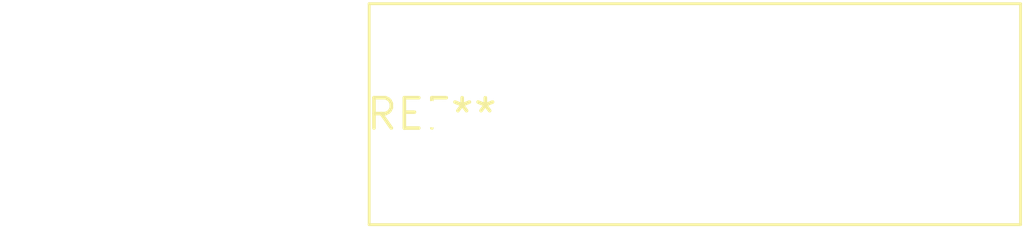
<source format=kicad_pcb>
(kicad_pcb (version 20240108) (generator pcbnew)
  (layers (0 "F.Cu" signal) (31 "B.Cu" signal) (34 "B.Paste" user) (35 "F.Paste" user) (36 "B.SilkS" user "B.Silkscreen") (37 "F.SilkS" user "F.Silkscreen") (38 "B.Mask" user) (39 "F.Mask" user) (44 "Edge.Cuts" user))
  (net 0 "")
  (footprint "C_Rect_L27.0mm_W9.0mm_P22.00mm" (layer "F.Cu") (at 0 0)
    (property "Reference" "REF**")
    (property "Value" "C_Rect_L27.0mm_W9.0mm_P22.00mm")
    (fp_line (start -2.62 -4.62) (end -2.62 4.62) (layer "F.SilkS") (stroke (width 0.12)))
    (fp_line (start -2.62 -4.62) (end 24.62 -4.62) (layer "F.SilkS") (stroke (width 0.12)))
    (fp_line (start -2.62 4.62) (end 24.62 4.62) (layer "F.SilkS") (stroke (width 0.12)))
    (fp_line (start 24.62 -4.62) (end 24.62 4.62) (layer "F.SilkS") (stroke (width 0.12)))
    (pad "1" thru_hole circle (at 0 0) (size 2.2 2.2) (drill 1.1) (layers *.Cu *.Mask) (remove_unused_layers))
    (pad "2" thru_hole circle (at 22 0) (size 2.2 2.2) (drill 1.1) (layers *.Cu *.Mask) (remove_unused_layers))
  )
)
</source>
